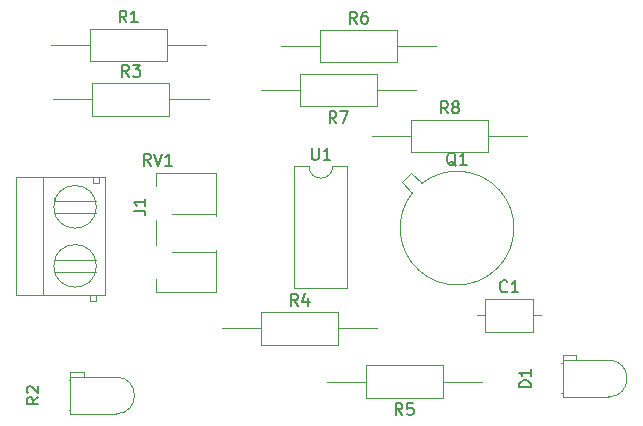
<source format=gbr>
%TF.GenerationSoftware,KiCad,Pcbnew,(5.1.9)-1*%
%TF.CreationDate,2021-09-10T18:26:04+00:00*%
%TF.ProjectId,interrupteur_crepusculaire_led,696e7465-7272-4757-9074-6575725f6372,rev?*%
%TF.SameCoordinates,Original*%
%TF.FileFunction,Legend,Top*%
%TF.FilePolarity,Positive*%
%FSLAX46Y46*%
G04 Gerber Fmt 4.6, Leading zero omitted, Abs format (unit mm)*
G04 Created by KiCad (PCBNEW (5.1.9)-1) date 2021-09-10 18:26:04*
%MOMM*%
%LPD*%
G01*
G04 APERTURE LIST*
%ADD10C,0.120000*%
%ADD11C,0.150000*%
G04 APERTURE END LIST*
D10*
%TO.C,R5*%
X135850000Y-122070000D02*
X135850000Y-119330000D01*
X135850000Y-119330000D02*
X129310000Y-119330000D01*
X129310000Y-119330000D02*
X129310000Y-122070000D01*
X129310000Y-122070000D02*
X135850000Y-122070000D01*
X139160000Y-120700000D02*
X135850000Y-120700000D01*
X126000000Y-120700000D02*
X129310000Y-120700000D01*
%TO.C,C1*%
X139430000Y-113680000D02*
X139430000Y-116520000D01*
X139430000Y-116520000D02*
X143470000Y-116520000D01*
X143470000Y-116520000D02*
X143470000Y-113680000D01*
X143470000Y-113680000D02*
X139430000Y-113680000D01*
X138740000Y-115100000D02*
X139430000Y-115100000D01*
X144160000Y-115100000D02*
X143470000Y-115100000D01*
%TO.C,D1*%
X145880000Y-119160000D02*
X145880000Y-119160000D01*
X146010000Y-119160000D02*
X145880000Y-119160000D01*
X146010000Y-119160000D02*
X146010000Y-119160000D01*
X145880000Y-119160000D02*
X146010000Y-119160000D01*
X145880000Y-121700000D02*
X145880000Y-121700000D01*
X146010000Y-121700000D02*
X145880000Y-121700000D01*
X146010000Y-121700000D02*
X146010000Y-121700000D01*
X145880000Y-121700000D02*
X146010000Y-121700000D01*
X146010000Y-118870000D02*
X146010000Y-118470000D01*
X147130000Y-118870000D02*
X146010000Y-118870000D01*
X147130000Y-118470000D02*
X147130000Y-118870000D01*
X146010000Y-118470000D02*
X147130000Y-118470000D01*
X146010000Y-121990000D02*
X146010000Y-118870000D01*
X146010000Y-118870000D02*
X149870000Y-118870000D01*
X146010000Y-121990000D02*
X149870000Y-121990000D01*
X149870000Y-118870000D02*
G75*
G02*
X149870000Y-121990000I0J-1560000D01*
G01*
%TO.C,J1*%
X107200000Y-103400000D02*
X107200000Y-113400000D01*
X107200000Y-113400000D02*
X99700000Y-113400000D01*
X99700000Y-113400000D02*
X99700000Y-103400000D01*
X99700000Y-103400000D02*
X107200000Y-103400000D01*
X106502776Y-105900000D02*
G75*
G03*
X106502776Y-105900000I-1802776J0D01*
G01*
X106502776Y-110900000D02*
G75*
G03*
X106502776Y-110900000I-1802776J0D01*
G01*
X106450000Y-105400000D02*
X102950000Y-105400000D01*
X102950000Y-105400000D02*
X102950000Y-105150000D01*
X106450000Y-106400000D02*
X102950000Y-106400000D01*
X106450000Y-110400000D02*
X102950000Y-110400000D01*
X106450000Y-111400000D02*
X102950000Y-111400000D01*
X106450000Y-113400000D02*
X106450000Y-113900000D01*
X106450000Y-113900000D02*
X105950000Y-113900000D01*
X105950000Y-113900000D02*
X105950000Y-113400000D01*
X106700000Y-103400000D02*
X106700000Y-103900000D01*
X106700000Y-103900000D02*
X106200000Y-103900000D01*
X106200000Y-103900000D02*
X106200000Y-103400000D01*
X101950000Y-103400000D02*
X101950000Y-113400000D01*
%TO.C,Q1*%
X134042916Y-103925098D02*
X133151961Y-103034144D01*
X133151961Y-103034144D02*
X132374144Y-103811961D01*
X132374144Y-103811961D02*
X133265098Y-104702916D01*
X133265326Y-104702629D02*
G75*
G03*
X134042916Y-103925098I3774674J-2997371D01*
G01*
%TO.C,R1*%
X105950000Y-90830000D02*
X105950000Y-93570000D01*
X105950000Y-93570000D02*
X112490000Y-93570000D01*
X112490000Y-93570000D02*
X112490000Y-90830000D01*
X112490000Y-90830000D02*
X105950000Y-90830000D01*
X102640000Y-92200000D02*
X105950000Y-92200000D01*
X115800000Y-92200000D02*
X112490000Y-92200000D01*
%TO.C,R2*%
X104310000Y-123430000D02*
X108170000Y-123430000D01*
X104310000Y-120310000D02*
X108170000Y-120310000D01*
X104310000Y-123430000D02*
X104310000Y-120310000D01*
X104310000Y-119910000D02*
X105430000Y-119910000D01*
X105430000Y-119910000D02*
X105430000Y-120310000D01*
X105430000Y-120310000D02*
X104310000Y-120310000D01*
X104310000Y-120310000D02*
X104310000Y-119910000D01*
X104180000Y-123140000D02*
X104310000Y-123140000D01*
X104310000Y-123140000D02*
X104310000Y-123140000D01*
X104310000Y-123140000D02*
X104180000Y-123140000D01*
X104180000Y-123140000D02*
X104180000Y-123140000D01*
X104180000Y-120600000D02*
X104310000Y-120600000D01*
X104310000Y-120600000D02*
X104310000Y-120600000D01*
X104310000Y-120600000D02*
X104180000Y-120600000D01*
X104180000Y-120600000D02*
X104180000Y-120600000D01*
X108170000Y-120310000D02*
G75*
G02*
X108170000Y-123430000I0J-1560000D01*
G01*
%TO.C,R3*%
X106150000Y-95430000D02*
X106150000Y-98170000D01*
X106150000Y-98170000D02*
X112690000Y-98170000D01*
X112690000Y-98170000D02*
X112690000Y-95430000D01*
X112690000Y-95430000D02*
X106150000Y-95430000D01*
X102840000Y-96800000D02*
X106150000Y-96800000D01*
X116000000Y-96800000D02*
X112690000Y-96800000D01*
%TO.C,R4*%
X130300000Y-116200000D02*
X126990000Y-116200000D01*
X117140000Y-116200000D02*
X120450000Y-116200000D01*
X126990000Y-114830000D02*
X120450000Y-114830000D01*
X126990000Y-117570000D02*
X126990000Y-114830000D01*
X120450000Y-117570000D02*
X126990000Y-117570000D01*
X120450000Y-114830000D02*
X120450000Y-117570000D01*
%TO.C,R6*%
X135300000Y-92300000D02*
X131990000Y-92300000D01*
X122140000Y-92300000D02*
X125450000Y-92300000D01*
X131990000Y-90930000D02*
X125450000Y-90930000D01*
X131990000Y-93670000D02*
X131990000Y-90930000D01*
X125450000Y-93670000D02*
X131990000Y-93670000D01*
X125450000Y-90930000D02*
X125450000Y-93670000D01*
%TO.C,R7*%
X120400000Y-96000000D02*
X123710000Y-96000000D01*
X133560000Y-96000000D02*
X130250000Y-96000000D01*
X123710000Y-97370000D02*
X130250000Y-97370000D01*
X123710000Y-94630000D02*
X123710000Y-97370000D01*
X130250000Y-94630000D02*
X123710000Y-94630000D01*
X130250000Y-97370000D02*
X130250000Y-94630000D01*
%TO.C,R8*%
X133150000Y-98530000D02*
X133150000Y-101270000D01*
X133150000Y-101270000D02*
X139690000Y-101270000D01*
X139690000Y-101270000D02*
X139690000Y-98530000D01*
X139690000Y-98530000D02*
X133150000Y-98530000D01*
X129840000Y-99900000D02*
X133150000Y-99900000D01*
X143000000Y-99900000D02*
X139690000Y-99900000D01*
%TO.C,RV1*%
X111579000Y-103079000D02*
X116620000Y-103079000D01*
X111579000Y-113120000D02*
X116620000Y-113120000D01*
X116620000Y-103079000D02*
X116620000Y-106675000D01*
X116620000Y-109525000D02*
X116620000Y-113120000D01*
X111579000Y-112025000D02*
X111579000Y-113120000D01*
X111579000Y-103079000D02*
X111579000Y-104174000D01*
X111579000Y-107026000D02*
X111579000Y-109175000D01*
X112937000Y-106480000D02*
X116620000Y-106480000D01*
X112937000Y-109720000D02*
X116620000Y-109720000D01*
X111579000Y-107026000D02*
X111579000Y-109175000D01*
X116620000Y-106480000D02*
X116620000Y-106675000D01*
X116620000Y-109525000D02*
X116620000Y-109720000D01*
%TO.C,U1*%
X127760000Y-102470000D02*
X126510000Y-102470000D01*
X127760000Y-112750000D02*
X127760000Y-102470000D01*
X123260000Y-112750000D02*
X127760000Y-112750000D01*
X123260000Y-102470000D02*
X123260000Y-112750000D01*
X124510000Y-102470000D02*
X123260000Y-102470000D01*
X126510000Y-102470000D02*
G75*
G02*
X124510000Y-102470000I-1000000J0D01*
G01*
%TO.C,R5*%
D11*
X132413333Y-123522380D02*
X132080000Y-123046190D01*
X131841904Y-123522380D02*
X131841904Y-122522380D01*
X132222857Y-122522380D01*
X132318095Y-122570000D01*
X132365714Y-122617619D01*
X132413333Y-122712857D01*
X132413333Y-122855714D01*
X132365714Y-122950952D01*
X132318095Y-122998571D01*
X132222857Y-123046190D01*
X131841904Y-123046190D01*
X133318095Y-122522380D02*
X132841904Y-122522380D01*
X132794285Y-122998571D01*
X132841904Y-122950952D01*
X132937142Y-122903333D01*
X133175238Y-122903333D01*
X133270476Y-122950952D01*
X133318095Y-122998571D01*
X133365714Y-123093809D01*
X133365714Y-123331904D01*
X133318095Y-123427142D01*
X133270476Y-123474761D01*
X133175238Y-123522380D01*
X132937142Y-123522380D01*
X132841904Y-123474761D01*
X132794285Y-123427142D01*
%TO.C,C1*%
X141283333Y-113037142D02*
X141235714Y-113084761D01*
X141092857Y-113132380D01*
X140997619Y-113132380D01*
X140854761Y-113084761D01*
X140759523Y-112989523D01*
X140711904Y-112894285D01*
X140664285Y-112703809D01*
X140664285Y-112560952D01*
X140711904Y-112370476D01*
X140759523Y-112275238D01*
X140854761Y-112180000D01*
X140997619Y-112132380D01*
X141092857Y-112132380D01*
X141235714Y-112180000D01*
X141283333Y-112227619D01*
X142235714Y-113132380D02*
X141664285Y-113132380D01*
X141950000Y-113132380D02*
X141950000Y-112132380D01*
X141854761Y-112275238D01*
X141759523Y-112370476D01*
X141664285Y-112418095D01*
%TO.C,D1*%
X143292380Y-121168095D02*
X142292380Y-121168095D01*
X142292380Y-120930000D01*
X142340000Y-120787142D01*
X142435238Y-120691904D01*
X142530476Y-120644285D01*
X142720952Y-120596666D01*
X142863809Y-120596666D01*
X143054285Y-120644285D01*
X143149523Y-120691904D01*
X143244761Y-120787142D01*
X143292380Y-120930000D01*
X143292380Y-121168095D01*
X143292380Y-119644285D02*
X143292380Y-120215714D01*
X143292380Y-119930000D02*
X142292380Y-119930000D01*
X142435238Y-120025238D01*
X142530476Y-120120476D01*
X142578095Y-120215714D01*
%TO.C,J1*%
X109652380Y-106233333D02*
X110366666Y-106233333D01*
X110509523Y-106280952D01*
X110604761Y-106376190D01*
X110652380Y-106519047D01*
X110652380Y-106614285D01*
X110652380Y-105233333D02*
X110652380Y-105804761D01*
X110652380Y-105519047D02*
X109652380Y-105519047D01*
X109795238Y-105614285D01*
X109890476Y-105709523D01*
X109938095Y-105804761D01*
%TO.C,Q1*%
X136944761Y-102427619D02*
X136849523Y-102380000D01*
X136754285Y-102284761D01*
X136611428Y-102141904D01*
X136516190Y-102094285D01*
X136420952Y-102094285D01*
X136468571Y-102332380D02*
X136373333Y-102284761D01*
X136278095Y-102189523D01*
X136230476Y-101999047D01*
X136230476Y-101665714D01*
X136278095Y-101475238D01*
X136373333Y-101380000D01*
X136468571Y-101332380D01*
X136659047Y-101332380D01*
X136754285Y-101380000D01*
X136849523Y-101475238D01*
X136897142Y-101665714D01*
X136897142Y-101999047D01*
X136849523Y-102189523D01*
X136754285Y-102284761D01*
X136659047Y-102332380D01*
X136468571Y-102332380D01*
X137849523Y-102332380D02*
X137278095Y-102332380D01*
X137563809Y-102332380D02*
X137563809Y-101332380D01*
X137468571Y-101475238D01*
X137373333Y-101570476D01*
X137278095Y-101618095D01*
%TO.C,R1*%
X109053333Y-90282380D02*
X108720000Y-89806190D01*
X108481904Y-90282380D02*
X108481904Y-89282380D01*
X108862857Y-89282380D01*
X108958095Y-89330000D01*
X109005714Y-89377619D01*
X109053333Y-89472857D01*
X109053333Y-89615714D01*
X109005714Y-89710952D01*
X108958095Y-89758571D01*
X108862857Y-89806190D01*
X108481904Y-89806190D01*
X110005714Y-90282380D02*
X109434285Y-90282380D01*
X109720000Y-90282380D02*
X109720000Y-89282380D01*
X109624761Y-89425238D01*
X109529523Y-89520476D01*
X109434285Y-89568095D01*
%TO.C,R2*%
X101592380Y-122036666D02*
X101116190Y-122370000D01*
X101592380Y-122608095D02*
X100592380Y-122608095D01*
X100592380Y-122227142D01*
X100640000Y-122131904D01*
X100687619Y-122084285D01*
X100782857Y-122036666D01*
X100925714Y-122036666D01*
X101020952Y-122084285D01*
X101068571Y-122131904D01*
X101116190Y-122227142D01*
X101116190Y-122608095D01*
X100687619Y-121655714D02*
X100640000Y-121608095D01*
X100592380Y-121512857D01*
X100592380Y-121274761D01*
X100640000Y-121179523D01*
X100687619Y-121131904D01*
X100782857Y-121084285D01*
X100878095Y-121084285D01*
X101020952Y-121131904D01*
X101592380Y-121703333D01*
X101592380Y-121084285D01*
%TO.C,R3*%
X109253333Y-94882380D02*
X108920000Y-94406190D01*
X108681904Y-94882380D02*
X108681904Y-93882380D01*
X109062857Y-93882380D01*
X109158095Y-93930000D01*
X109205714Y-93977619D01*
X109253333Y-94072857D01*
X109253333Y-94215714D01*
X109205714Y-94310952D01*
X109158095Y-94358571D01*
X109062857Y-94406190D01*
X108681904Y-94406190D01*
X109586666Y-93882380D02*
X110205714Y-93882380D01*
X109872380Y-94263333D01*
X110015238Y-94263333D01*
X110110476Y-94310952D01*
X110158095Y-94358571D01*
X110205714Y-94453809D01*
X110205714Y-94691904D01*
X110158095Y-94787142D01*
X110110476Y-94834761D01*
X110015238Y-94882380D01*
X109729523Y-94882380D01*
X109634285Y-94834761D01*
X109586666Y-94787142D01*
%TO.C,R4*%
X123553333Y-114282380D02*
X123220000Y-113806190D01*
X122981904Y-114282380D02*
X122981904Y-113282380D01*
X123362857Y-113282380D01*
X123458095Y-113330000D01*
X123505714Y-113377619D01*
X123553333Y-113472857D01*
X123553333Y-113615714D01*
X123505714Y-113710952D01*
X123458095Y-113758571D01*
X123362857Y-113806190D01*
X122981904Y-113806190D01*
X124410476Y-113615714D02*
X124410476Y-114282380D01*
X124172380Y-113234761D02*
X123934285Y-113949047D01*
X124553333Y-113949047D01*
%TO.C,R6*%
X128553333Y-90382380D02*
X128220000Y-89906190D01*
X127981904Y-90382380D02*
X127981904Y-89382380D01*
X128362857Y-89382380D01*
X128458095Y-89430000D01*
X128505714Y-89477619D01*
X128553333Y-89572857D01*
X128553333Y-89715714D01*
X128505714Y-89810952D01*
X128458095Y-89858571D01*
X128362857Y-89906190D01*
X127981904Y-89906190D01*
X129410476Y-89382380D02*
X129220000Y-89382380D01*
X129124761Y-89430000D01*
X129077142Y-89477619D01*
X128981904Y-89620476D01*
X128934285Y-89810952D01*
X128934285Y-90191904D01*
X128981904Y-90287142D01*
X129029523Y-90334761D01*
X129124761Y-90382380D01*
X129315238Y-90382380D01*
X129410476Y-90334761D01*
X129458095Y-90287142D01*
X129505714Y-90191904D01*
X129505714Y-89953809D01*
X129458095Y-89858571D01*
X129410476Y-89810952D01*
X129315238Y-89763333D01*
X129124761Y-89763333D01*
X129029523Y-89810952D01*
X128981904Y-89858571D01*
X128934285Y-89953809D01*
%TO.C,R7*%
X126813333Y-98822380D02*
X126480000Y-98346190D01*
X126241904Y-98822380D02*
X126241904Y-97822380D01*
X126622857Y-97822380D01*
X126718095Y-97870000D01*
X126765714Y-97917619D01*
X126813333Y-98012857D01*
X126813333Y-98155714D01*
X126765714Y-98250952D01*
X126718095Y-98298571D01*
X126622857Y-98346190D01*
X126241904Y-98346190D01*
X127146666Y-97822380D02*
X127813333Y-97822380D01*
X127384761Y-98822380D01*
%TO.C,R8*%
X136253333Y-97982380D02*
X135920000Y-97506190D01*
X135681904Y-97982380D02*
X135681904Y-96982380D01*
X136062857Y-96982380D01*
X136158095Y-97030000D01*
X136205714Y-97077619D01*
X136253333Y-97172857D01*
X136253333Y-97315714D01*
X136205714Y-97410952D01*
X136158095Y-97458571D01*
X136062857Y-97506190D01*
X135681904Y-97506190D01*
X136824761Y-97410952D02*
X136729523Y-97363333D01*
X136681904Y-97315714D01*
X136634285Y-97220476D01*
X136634285Y-97172857D01*
X136681904Y-97077619D01*
X136729523Y-97030000D01*
X136824761Y-96982380D01*
X137015238Y-96982380D01*
X137110476Y-97030000D01*
X137158095Y-97077619D01*
X137205714Y-97172857D01*
X137205714Y-97220476D01*
X137158095Y-97315714D01*
X137110476Y-97363333D01*
X137015238Y-97410952D01*
X136824761Y-97410952D01*
X136729523Y-97458571D01*
X136681904Y-97506190D01*
X136634285Y-97601428D01*
X136634285Y-97791904D01*
X136681904Y-97887142D01*
X136729523Y-97934761D01*
X136824761Y-97982380D01*
X137015238Y-97982380D01*
X137110476Y-97934761D01*
X137158095Y-97887142D01*
X137205714Y-97791904D01*
X137205714Y-97601428D01*
X137158095Y-97506190D01*
X137110476Y-97458571D01*
X137015238Y-97410952D01*
%TO.C,RV1*%
X111104761Y-102402380D02*
X110771428Y-101926190D01*
X110533333Y-102402380D02*
X110533333Y-101402380D01*
X110914285Y-101402380D01*
X111009523Y-101450000D01*
X111057142Y-101497619D01*
X111104761Y-101592857D01*
X111104761Y-101735714D01*
X111057142Y-101830952D01*
X111009523Y-101878571D01*
X110914285Y-101926190D01*
X110533333Y-101926190D01*
X111390476Y-101402380D02*
X111723809Y-102402380D01*
X112057142Y-101402380D01*
X112914285Y-102402380D02*
X112342857Y-102402380D01*
X112628571Y-102402380D02*
X112628571Y-101402380D01*
X112533333Y-101545238D01*
X112438095Y-101640476D01*
X112342857Y-101688095D01*
%TO.C,U1*%
X124748095Y-100922380D02*
X124748095Y-101731904D01*
X124795714Y-101827142D01*
X124843333Y-101874761D01*
X124938571Y-101922380D01*
X125129047Y-101922380D01*
X125224285Y-101874761D01*
X125271904Y-101827142D01*
X125319523Y-101731904D01*
X125319523Y-100922380D01*
X126319523Y-101922380D02*
X125748095Y-101922380D01*
X126033809Y-101922380D02*
X126033809Y-100922380D01*
X125938571Y-101065238D01*
X125843333Y-101160476D01*
X125748095Y-101208095D01*
%TD*%
M02*

</source>
